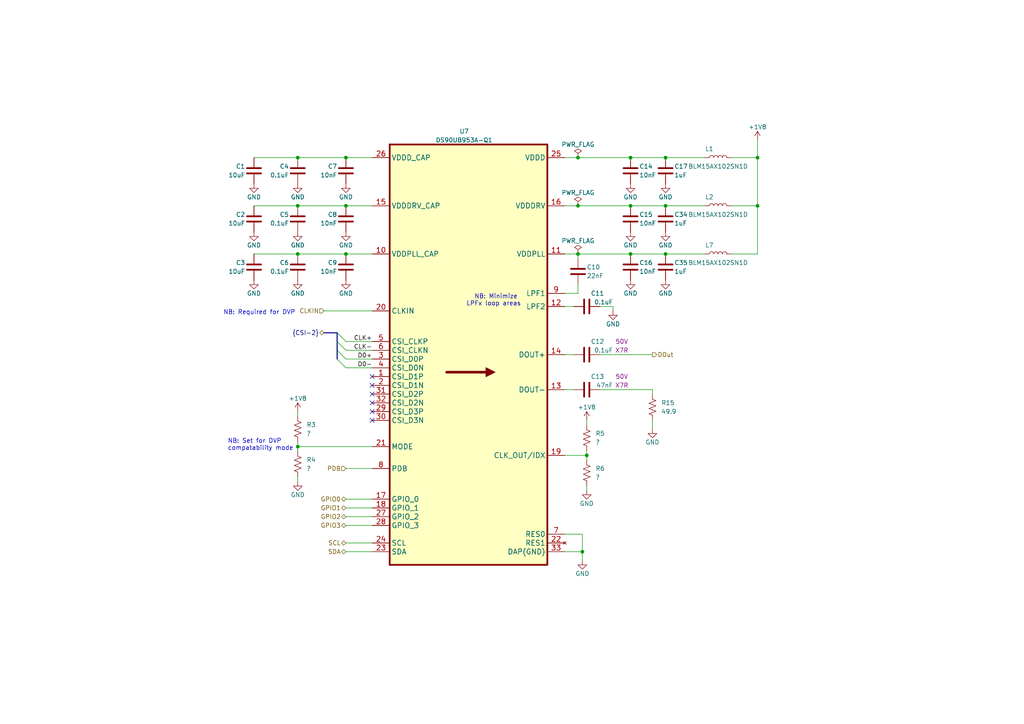
<source format=kicad_sch>
(kicad_sch (version 20211123) (generator eeschema)
  (paper "A4")
  (title_block (title "Headstage-RHS2116") (date "2021-12-16") (rev "A") (company "Open Ephys, Inc") (comment 1 "Jonathan P. Newman"))
  (lib_symbols
    (symbol "Device:C" (pin_numbers hide) (pin_names (offset 0.254))
      (property "Reference" "C" (at 0.635 2.54 0))
      (property "Value" "C" (at 0.635 -2.54 0))
      (symbol "C_0_1"
        (polyline (pts (xy -2.032 -0.762) (xy 2.032 -0.762)) (stroke (width 0.508)))
        (polyline (pts (xy -2.032 0.762) (xy 2.032 0.762)) (stroke (width 0.508)))
      )
      (symbol "C_1_1"
        (pin passive line (at 0 3.81 270) (length 2.794) (name "~") (number "1"))
        (pin passive line (at 0 -3.81 90) (length 2.794) (name "~") (number "2"))
      )
    )
    (symbol "Device:L" (pin_numbers hide) (pin_names (offset 1.016) hide)
      (property "Reference" "L" (at -1.27 0 90))
      (property "Value" "L" (at 1.905 0 90))
      (symbol "L_0_1"
        (arc (start 0 -2.54) (mid 0.635 -1.905) (end 0 -1.27))
        (arc (start 0 -1.27) (mid 0.635 -0.635) (end 0 0))
        (arc (start 0 0) (mid 0.635 0.635) (end 0 1.27))
        (arc (start 0 1.27) (mid 0.635 1.905) (end 0 2.54))
      )
      (symbol "L_1_1"
        (pin passive line (at 0 3.81 270) (length 1.27) (name "1") (number "1"))
        (pin passive line (at 0 -3.81 90) (length 1.27) (name "2") (number "2"))
      )
    )
    (symbol "Device:R_US" (pin_numbers hide) (pin_names (offset 0))
      (property "Reference" "R" (at 2.54 0 90))
      (property "Value" "R_US" (at -2.54 0 90))
      (symbol "R_US_0_1"
        (polyline (pts (xy 0 -2.286) (xy 0 -2.54)))
        (polyline (pts (xy 0 2.286) (xy 0 2.54)))
        (polyline (pts (xy 0 -0.762) (xy 1.016 -1.143) (xy 0 -1.524) (xy -1.016 -1.905) (xy 0 -2.286)))
        (polyline (pts (xy 0 0.762) (xy 1.016 0.381) (xy 0 0) (xy -1.016 -0.381) (xy 0 -0.762)))
        (polyline (pts (xy 0 2.286) (xy 1.016 1.905) (xy 0 1.524) (xy -1.016 1.143) (xy 0 0.762)))
      )
      (symbol "R_US_1_1"
        (pin passive line (at 0 3.81 270) (length 1.27) (name "~") (number "1"))
        (pin passive line (at 0 -3.81 90) (length 1.27) (name "~") (number "2"))
      )
    )
    (symbol "jonnew:DS90UB953A-Q1"
      (property "Reference" "U" (at -20.32 48.26 0))
      (property "Value" "DS90UB953A-Q1" (at -12.7 45.72 0))
      (symbol "DS90UB953A-Q1_0_1"
        (polyline (pts (xy -5.08 -21.59) (xy 6.35 -21.59)) (stroke (width 0.762)))
        (polyline (pts (xy 8.89 -21.59) (xy 6.35 -20.32) (xy 6.35 -22.86) (xy 8.89 -21.59)) (stroke (width 0.254)) (fill (type outline)))
      )
      (symbol "DS90UB953A-Q1_1_1"
        (rectangle (start -21.59 44.45) (end 24.13 -77.47) (stroke (width 0.508)) (fill (type background)))
        (pin input line (at -26.67 -22.86 0) (length 5.08) (name "CSI_D1P") (number "1"))
        (pin passive line (at -26.67 12.7 0) (length 5.08) (name "VDDPLL_CAP") (number "10"))
        (pin power_in line (at 29.21 12.7 180) (length 5.08) (name "VDDPLL") (number "11"))
        (pin passive line (at 29.21 -2.54 180) (length 5.08) (name "LPF2") (number "12"))
        (pin bidirectional line (at 29.21 -26.67 180) (length 5.08) (name "DOUT-") (number "13"))
        (pin bidirectional line (at 29.21 -16.51 180) (length 5.08) (name "DOUT+") (number "14"))
        (pin passive line (at -26.67 26.67 0) (length 5.08) (name "VDDDRV_CAP") (number "15"))
        (pin power_in line (at 29.21 26.67 180) (length 5.08) (name "VDDDRV") (number "16"))
        (pin bidirectional line (at -26.67 -58.42 0) (length 5.08) (name "GPIO_0") (number "17"))
        (pin bidirectional line (at -26.67 -60.96 0) (length 5.08) (name "GPIO_1") (number "18"))
        (pin input line (at 29.21 -45.72 180) (length 5.08) (name "CLK_OUT/IDX") (number "19"))
        (pin input line (at -26.67 -25.4 0) (length 5.08) (name "CSI_D1N") (number "2"))
        (pin input line (at -26.67 -3.81 0) (length 5.08) (name "CLKIN") (number "20"))
        (pin input line (at -26.67 -43.18 0) (length 5.08) (name "MODE") (number "21"))
        (pin no_connect line (at 29.21 -71.12 180) (length 5.08) (name "RES1") (number "22"))
        (pin bidirectional line (at -26.67 -73.66 0) (length 5.08) (name "SDA") (number "23"))
        (pin bidirectional line (at -26.67 -71.12 0) (length 5.08) (name "SCL") (number "24"))
        (pin power_in line (at 29.21 40.64 180) (length 5.08) (name "VDDD") (number "25"))
        (pin passive line (at -26.67 40.64 0) (length 5.08) (name "VDDD_CAP") (number "26"))
        (pin bidirectional line (at -26.67 -63.5 0) (length 5.08) (name "GPIO_2") (number "27"))
        (pin bidirectional line (at -26.67 -66.04 0) (length 5.08) (name "GPIO_3") (number "28"))
        (pin input line (at -26.67 -33.02 0) (length 5.08) (name "CSI_D3P") (number "29"))
        (pin input line (at -26.67 -17.78 0) (length 5.08) (name "CSI_D0P") (number "3"))
        (pin input line (at -26.67 -35.56 0) (length 5.08) (name "CSI_D3N") (number "30"))
        (pin input line (at -26.67 -27.94 0) (length 5.08) (name "CSI_D2P") (number "31"))
        (pin input line (at -26.67 -30.48 0) (length 5.08) (name "CSI_D2N") (number "32"))
        (pin power_in line (at 29.21 -73.66 180) (length 5.08) (name "DAP(GND)") (number "33"))
        (pin input line (at -26.67 -20.32 0) (length 5.08) (name "CSI_D0N") (number "4"))
        (pin input line (at -26.67 -12.7 0) (length 5.08) (name "CSI_CLKP") (number "5"))
        (pin input line (at -26.67 -15.24 0) (length 5.08) (name "CSI_CLKN") (number "6"))
        (pin input line (at 29.21 -68.58 180) (length 5.08) (name "RES0") (number "7"))
        (pin input line (at -26.67 -49.53 0) (length 5.08) (name "PDB") (number "8"))
        (pin passive line (at 29.21 1.27 180) (length 5.08) (name "LPF1") (number "9"))
      )
    )
    (symbol "power:+1V8" (power) (pin_names (offset 0))
      (property "Value" "+1V8" (at 0 3.556 0))
      (symbol "+1V8_0_1"
        (polyline (pts (xy -0.762 1.27) (xy 0 2.54)))
        (polyline (pts (xy 0 0) (xy 0 2.54)))
        (polyline (pts (xy 0 2.54) (xy 0.762 1.27)))
      )
      (symbol "+1V8_1_1"
        (pin power_in line (at 0 0 90) (length 0) hide (name "+1V8") (number "1"))
      )
    )
    (symbol "power:GND" (power) (pin_names (offset 0))
      (property "Value" "GND" (at 0 -3.81 0))
      (symbol "GND_0_1"
        (polyline (pts (xy 0 0) (xy 0 -1.27) (xy 1.27 -1.27) (xy 0 -2.54) (xy -1.27 -1.27) (xy 0 -1.27)))
      )
      (symbol "GND_1_1"
        (pin power_in line (at 0 0 270) (length 0) hide (name "GND") (number "1"))
      )
    )
    (symbol "power:PWR_FLAG" (power) (pin_numbers hide) (pin_names (offset 0) hide)
      (property "Value" "PWR_FLAG" (at 0 3.81 0))
      (symbol "PWR_FLAG_0_0"
        (pin power_out line (at 0 0 90) (length 0) (name "pwr") (number "1"))
      )
      (symbol "PWR_FLAG_0_1"
        (polyline (pts (xy 0 0) (xy 0 1.27) (xy -1.016 1.905) (xy 0 2.54) (xy 1.016 1.905) (xy 0 1.27)))
      )
    )
  )
  (junction (at 86.36 59.69))
  (junction (at 86.36 129.54))
  (junction (at 167.64 73.66))
  (junction (at 182.88 59.69))
  (junction (at 100.33 45.72))
  (junction (at 182.88 73.66))
  (junction (at 86.36 45.72))
  (junction (at 193.04 59.69))
  (junction (at 170.18 132.08))
  (junction (at 219.71 59.69))
  (junction (at 193.04 45.72))
  (junction (at 193.04 73.66))
  (junction (at 100.33 59.69))
  (junction (at 168.91 160.02))
  (junction (at 219.71 45.72))
  (junction (at 182.88 45.72))
  (junction (at 100.33 73.66))
  (junction (at 86.36 73.66))
  (junction (at 167.64 45.72))
  (junction (at 167.64 59.69))
  (no_connect (at 107.95 119.38))
  (no_connect (at 107.95 121.92))
  (no_connect (at 107.95 109.22))
  (no_connect (at 107.95 111.76))
  (no_connect (at 107.95 114.3))
  (no_connect (at 107.95 116.84))
  (bus_entry (at 100.33 106.68) (size -2.54 -2.54))
  (bus_entry (at 100.33 99.06) (size -2.54 -2.54))
  (bus_entry (at 100.33 101.6) (size -2.54 -2.54))
  (bus_entry (at 100.33 104.14) (size -2.54 -2.54))
  (bus (pts (xy 97.79 101.6) (xy 97.79 99.06)))
  (wire (pts (xy 86.36 73.66) (xy 73.66 73.66)))
  (wire (pts (xy 173.99 102.87) (xy 189.23 102.87)))
  (bus (pts (xy 97.79 96.52) (xy 93.98 96.52)))
  (wire (pts (xy 100.33 59.69) (xy 107.95 59.69)))
  (wire (pts (xy 163.83 113.03) (xy 166.37 113.03)))
  (wire (pts (xy 100.33 73.66) (xy 86.36 73.66)))
  (wire (pts (xy 167.64 73.66) (xy 182.88 73.66)))
  (wire (pts (xy 163.83 73.66) (xy 167.64 73.66)))
  (wire (pts (xy 170.18 121.92) (xy 170.18 123.19)))
  (wire (pts (xy 100.33 144.78) (xy 107.95 144.78)))
  (wire (pts (xy 163.83 132.08) (xy 170.18 132.08)))
  (wire (pts (xy 86.36 45.72) (xy 73.66 45.72)))
  (wire (pts (xy 100.33 135.89) (xy 107.95 135.89)))
  (wire (pts (xy 212.09 59.69) (xy 219.71 59.69)))
  (wire (pts (xy 100.33 73.66) (xy 107.95 73.66)))
  (wire (pts (xy 107.95 99.06) (xy 100.33 99.06)))
  (wire (pts (xy 177.8 90.17) (xy 177.8 88.9)))
  (wire (pts (xy 173.99 88.9) (xy 177.8 88.9)))
  (wire (pts (xy 193.04 73.66) (xy 182.88 73.66)))
  (wire (pts (xy 193.04 59.69) (xy 204.47 59.69)))
  (wire (pts (xy 167.64 59.69) (xy 182.88 59.69)))
  (wire (pts (xy 163.83 59.69) (xy 167.64 59.69)))
  (wire (pts (xy 86.36 129.54) (xy 107.95 129.54)))
  (wire (pts (xy 170.18 132.08) (xy 170.18 133.35)))
  (wire (pts (xy 170.18 130.81) (xy 170.18 132.08)))
  (wire (pts (xy 170.18 140.97) (xy 170.18 142.24)))
  (wire (pts (xy 107.95 104.14) (xy 100.33 104.14)))
  (wire (pts (xy 173.99 113.03) (xy 189.23 113.03)))
  (wire (pts (xy 163.83 154.94) (xy 168.91 154.94)))
  (wire (pts (xy 168.91 160.02) (xy 168.91 154.94)))
  (wire (pts (xy 168.91 162.56) (xy 168.91 160.02)))
  (wire (pts (xy 100.33 45.72) (xy 86.36 45.72)))
  (wire (pts (xy 100.33 160.02) (xy 107.95 160.02)))
  (wire (pts (xy 100.33 45.72) (xy 107.95 45.72)))
  (wire (pts (xy 219.71 40.64) (xy 219.71 45.72)))
  (wire (pts (xy 193.04 45.72) (xy 182.88 45.72)))
  (wire (pts (xy 167.64 45.72) (xy 182.88 45.72)))
  (wire (pts (xy 163.83 45.72) (xy 167.64 45.72)))
  (wire (pts (xy 193.04 73.66) (xy 204.47 73.66)))
  (bus (pts (xy 97.79 99.06) (xy 97.79 96.52)))
  (wire (pts (xy 86.36 119.38) (xy 86.36 120.65)))
  (wire (pts (xy 167.64 73.66) (xy 167.64 74.93)))
  (wire (pts (xy 100.33 157.48) (xy 107.95 157.48)))
  (wire (pts (xy 193.04 59.69) (xy 182.88 59.69)))
  (wire (pts (xy 189.23 113.03) (xy 189.23 114.3)))
  (wire (pts (xy 163.83 160.02) (xy 168.91 160.02)))
  (wire (pts (xy 107.95 106.68) (xy 100.33 106.68)))
  (wire (pts (xy 86.36 128.27) (xy 86.36 129.54)))
  (wire (pts (xy 86.36 129.54) (xy 86.36 130.81)))
  (wire (pts (xy 100.33 149.86) (xy 107.95 149.86)))
  (wire (pts (xy 100.33 147.32) (xy 107.95 147.32)))
  (wire (pts (xy 193.04 45.72) (xy 204.47 45.72)))
  (wire (pts (xy 107.95 101.6) (xy 100.33 101.6)))
  (bus (pts (xy 97.79 104.14) (xy 97.79 101.6)))
  (wire (pts (xy 167.64 82.55) (xy 167.64 85.09)))
  (wire (pts (xy 163.83 85.09) (xy 167.64 85.09)))
  (wire (pts (xy 100.33 152.4) (xy 107.95 152.4)))
  (wire (pts (xy 163.83 102.87) (xy 166.37 102.87)))
  (wire (pts (xy 86.36 138.43) (xy 86.36 139.7)))
  (wire (pts (xy 219.71 45.72) (xy 212.09 45.72)))
  (wire (pts (xy 219.71 59.69) (xy 219.71 45.72)))
  (wire (pts (xy 212.09 73.66) (xy 219.71 73.66)))
  (wire (pts (xy 219.71 73.66) (xy 219.71 59.69)))
  (wire (pts (xy 86.36 59.69) (xy 73.66 59.69)))
  (wire (pts (xy 189.23 121.92) (xy 189.23 124.46)))
  (wire (pts (xy 100.33 59.69) (xy 86.36 59.69)))
  (wire (pts (xy 163.83 88.9) (xy 166.37 88.9)))
  (wire (pts (xy 93.98 90.17) (xy 107.95 90.17)))
  (text "NB: Set for DVP\ncompatability mode" (at 66.04 130.81 0) (effects (font (size 1.27 1.27)) (justify left bottom)))
  (text "NB: Required for DVP" (at 64.77 91.44 0) (effects (font (size 1.27 1.27)) (justify left bottom)))
  (text "NB: Minimize \nLPFx loop areas" (at 151.13 88.9 180) (effects (font (size 1.27 1.27)) (justify right bottom)))
  (label "D0-" (at 107.95 106.68 180))
  (label "D0+" (at 107.95 104.14 180))
  (label "CLK-" (at 107.95 101.6 180))
  (label "CLK+" (at 107.95 99.06 180))
  (hierarchical_label "SDA" (shape bidirectional) (at 100.33 160.02 180))
  (hierarchical_label "GPIO0" (shape bidirectional) (at 100.33 144.78 180))
  (hierarchical_label "GPIO1" (shape bidirectional) (at 100.33 147.32 180))
  (hierarchical_label "GPIO3" (shape bidirectional) (at 100.33 152.4 180))
  (hierarchical_label "PDB" (shape input) (at 100.33 135.89 180))
  (hierarchical_label "DOut" (shape output) (at 189.23 102.87 0))
  (hierarchical_label "CLKIN" (shape input) (at 93.98 90.17 180))
  (hierarchical_label "{CSI-2}" (shape bidirectional) (at 93.98 96.52 180))
  (hierarchical_label "SCL" (shape bidirectional) (at 100.33 157.48 180))
  (hierarchical_label "GPIO2" (shape bidirectional) (at 100.33 149.86 180))
  (symbol (lib_id "power:GND") (at 193.04 81.28 0) (unit 1)
    (property "Reference" "#PWR0147" (effects hide))
    (property "Value" "GND" (at 193.04 85.09 0))
  )
  (symbol (lib_id "Device:C") (at 193.04 49.53 0) (unit 1)
    (property "Reference" "C17" (at 195.58 48.26 0) (effects (justify left)))
    (property "Value" "1uF" (at 195.58 50.8 0) (effects (justify left)))
    (property "Footprint" "Capacitor_SMD:C_0402_1005Metric" (effects hide))
  )
  (symbol (lib_id "Device:C") (at 170.18 113.03 90) (unit 1)
    (property "Reference" "C13" (at 175.26 109.22 90) (effects (justify left)))
    (property "Value" "47nF" (at 177.8 111.76 90) (effects (justify left)))
    (property "Footprint" "Capacitor_SMD:C_0402_1005Metric" (effects hide))
    (property "Voltage" "50V" (at 180.34 109.22 90))
    (property "TempCo" "X7R" (at 180.34 111.76 90))
  )
  (symbol (lib_id "power:GND") (at 100.33 81.28 0) (mirror y) (unit 1)
    (property "Reference" "#PWR0140" (effects hide))
    (property "Value" "GND" (at 100.33 85.09 0))
  )
  (symbol (lib_id "power:GND") (at 86.36 67.31 0) (mirror y) (unit 1)
    (property "Reference" "#PWR0138" (effects hide))
    (property "Value" "GND" (at 86.36 71.12 0))
  )
  (symbol (lib_id "Device:L") (at 208.28 59.69 90) (unit 1)
    (property "Reference" "L2" (at 205.74 57.15 90))
    (property "Value" "BLM15AX102SN1D" (at 208.28 62.23 90))
    (property "Footprint" "Inductor_SMD:L_0402_1005Metric" (effects hide))
  )
  (symbol (lib_id "power:GND") (at 86.36 139.7 0) (unit 1)
    (property "Reference" "#PWR0132" (effects hide))
    (property "Value" "GND" (at 86.36 143.51 0))
  )
  (symbol (lib_id "Device:C") (at 182.88 77.47 0) (unit 1)
    (property "Reference" "C16" (at 185.42 76.2 0) (effects (justify left)))
    (property "Value" "10nF" (at 185.42 78.74 0) (effects (justify left)))
    (property "Footprint" "Capacitor_SMD:C_0201_0603Metric" (effects hide))
  )
  (symbol (lib_id "power:GND") (at 86.36 81.28 0) (mirror y) (unit 1)
    (property "Reference" "#PWR0139" (effects hide))
    (property "Value" "GND" (at 86.36 85.09 0))
  )
  (symbol (lib_id "power:GND") (at 73.66 53.34 0) (mirror y) (unit 1)
    (property "Reference" "#PWR0126" (effects hide))
    (property "Value" "GND" (at 73.66 57.15 0))
  )
  (symbol (lib_id "Device:C") (at 73.66 77.47 0) (mirror y) (unit 1)
    (property "Reference" "C3" (at 71.12 76.2 0) (effects (justify left)))
    (property "Value" "10uF" (at 71.12 78.74 0) (effects (justify left)))
    (property "Footprint" "Capacitor_SMD:C_0402_1005Metric" (effects hide))
  )
  (symbol (lib_id "power:GND") (at 100.33 53.34 0) (mirror y) (unit 1)
    (property "Reference" "#PWR0128" (effects hide))
    (property "Value" "GND" (at 100.33 57.15 0))
  )
  (symbol (lib_id "Device:C") (at 182.88 49.53 0) (unit 1)
    (property "Reference" "C14" (at 185.42 48.26 0) (effects (justify left)))
    (property "Value" "10nF" (at 185.42 50.8 0) (effects (justify left)))
    (property "Footprint" "Capacitor_SMD:C_0201_0603Metric" (effects hide))
  )
  (symbol (lib_id "Device:C") (at 100.33 77.47 0) (mirror y) (unit 1)
    (property "Reference" "C9" (at 97.79 76.2 0) (effects (justify left)))
    (property "Value" "10nF" (at 97.79 78.74 0) (effects (justify left)))
    (property "Footprint" "Capacitor_SMD:C_0201_0603Metric" (effects hide))
  )
  (symbol (lib_id "power:GND") (at 177.8 90.17 0) (unit 1)
    (property "Reference" "#PWR0145" (effects hide))
    (property "Value" "GND" (at 177.8 93.98 0))
  )
  (symbol (lib_id "Device:C") (at 86.36 63.5 0) (mirror y) (unit 1)
    (property "Reference" "C5" (at 83.82 62.23 0) (effects (justify left)))
    (property "Value" "0.1uF" (at 83.82 64.77 0) (effects (justify left)))
    (property "Footprint" "Capacitor_SMD:C_0201_0603Metric" (effects hide))
  )
  (symbol (lib_id "Device:L") (at 208.28 45.72 90) (unit 1)
    (property "Reference" "L1" (at 205.74 43.18 90))
    (property "Value" "BLM15AX102SN1D" (at 208.28 48.26 90))
    (property "Footprint" "Inductor_SMD:L_0402_1005Metric" (effects hide))
  )
  (symbol (lib_id "Device:R_US") (at 86.36 134.62 0) (unit 1)
    (property "Reference" "R4" (at 88.9 133.35 0) (effects (justify left)))
    (property "Value" "?" (at 88.9 135.89 0) (effects (justify left)))
    (property "Footprint" "Resistor_SMD:R_0201_0603Metric" (effects hide))
  )
  (symbol (lib_id "power:GND") (at 73.66 67.31 0) (mirror y) (unit 1)
    (property "Reference" "#PWR0131" (effects hide))
    (property "Value" "GND" (at 73.66 71.12 0))
  )
  (symbol (lib_id "power:+1V8") (at 86.36 119.38 0) (unit 1)
    (property "Reference" "#PWR0133" (effects hide))
    (property "Value" "+1V8" (at 86.36 115.57 0))
  )
  (symbol (lib_id "power:+1V8") (at 219.71 40.64 0) (unit 1)
    (property "Reference" "#PWR0141" (effects hide))
    (property "Value" "+1V8" (at 219.71 36.83 0))
  )
  (symbol (lib_id "Device:C") (at 100.33 49.53 0) (mirror y) (unit 1)
    (property "Reference" "C7" (at 97.79 48.26 0) (effects (justify left)))
    (property "Value" "10nF" (at 97.79 50.8 0) (effects (justify left)))
    (property "Footprint" "Capacitor_SMD:C_0201_0603Metric" (effects hide))
  )
  (symbol (lib_id "Device:R_US") (at 189.23 118.11 0) (unit 1)
    (property "Reference" "R15" (at 191.77 116.84 0) (effects (justify left)))
    (property "Value" "49.9" (at 191.77 119.38 0) (effects (justify left)))
    (property "Footprint" "Resistor_SMD:R_0201_0603Metric" (effects hide))
  )
  (symbol (lib_id "power:GND") (at 193.04 53.34 0) (unit 1)
    (property "Reference" "#PWR0142" (effects hide))
    (property "Value" "GND" (at 193.04 57.15 0))
  )
  (symbol (lib_id "power:PWR_FLAG") (at 167.64 73.66 0) (unit 1)
    (property "Reference" "#FLG0101" (effects hide))
    (property "Value" "PWR_FLAG" (at 167.64 69.85 0))
  )
  (symbol (lib_id "power:GND") (at 100.33 67.31 0) (mirror y) (unit 1)
    (property "Reference" "#PWR0129" (effects hide))
    (property "Value" "GND" (at 100.33 71.12 0))
  )
  (symbol (lib_id "power:GND") (at 73.66 81.28 0) (mirror y) (unit 1)
    (property "Reference" "#PWR0130" (effects hide))
    (property "Value" "GND" (at 73.66 85.09 0))
  )
  (symbol (lib_id "Device:R_US") (at 170.18 127 0) (unit 1)
    (property "Reference" "R5" (at 172.72 125.73 0) (effects (justify left)))
    (property "Value" "?" (at 172.72 128.27 0) (effects (justify left)))
    (property "Footprint" "Resistor_SMD:R_0201_0603Metric" (effects hide))
  )
  (symbol (lib_id "Device:C") (at 170.18 102.87 90) (unit 1)
    (property "Reference" "C12" (at 175.26 99.06 90) (effects (justify left)))
    (property "Value" "0.1uF" (at 177.8 101.6 90) (effects (justify left)))
    (property "Footprint" "Capacitor_SMD:C_0402_1005Metric" (effects hide))
    (property "Voltage" "50V" (at 180.34 99.06 90))
    (property "TempCo" "X7R" (at 180.34 101.6 90))
  )
  (symbol (lib_id "Device:C") (at 73.66 63.5 0) (mirror y) (unit 1)
    (property "Reference" "C2" (at 71.12 62.23 0) (effects (justify left)))
    (property "Value" "10uF" (at 71.12 64.77 0) (effects (justify left)))
    (property "Footprint" "Capacitor_SMD:C_0402_1005Metric" (effects hide))
  )
  (symbol (lib_id "Device:C") (at 86.36 77.47 0) (mirror y) (unit 1)
    (property "Reference" "C6" (at 83.82 76.2 0) (effects (justify left)))
    (property "Value" "0.1uF" (at 83.82 78.74 0) (effects (justify left)))
    (property "Footprint" "Capacitor_SMD:C_0201_0603Metric" (effects hide))
  )
  (symbol (lib_id "power:GND") (at 168.91 162.56 0) (unit 1)
    (property "Reference" "#PWR0134" (effects hide))
    (property "Value" "GND" (at 168.91 166.37 0))
  )
  (symbol (lib_id "Device:C") (at 86.36 49.53 0) (mirror y) (unit 1)
    (property "Reference" "C4" (at 83.82 48.26 0) (effects (justify left)))
    (property "Value" "0.1uF" (at 83.82 50.8 0) (effects (justify left)))
    (property "Footprint" "Capacitor_SMD:C_0201_0603Metric" (effects hide))
  )
  (symbol (lib_id "Device:C") (at 73.66 49.53 0) (mirror y) (unit 1)
    (property "Reference" "C1" (at 71.12 48.26 0) (effects (justify left)))
    (property "Value" "10uF" (at 71.12 50.8 0) (effects (justify left)))
    (property "Footprint" "Capacitor_SMD:C_0402_1005Metric" (effects hide))
  )
  (symbol (lib_id "Device:R_US") (at 86.36 124.46 0) (unit 1)
    (property "Reference" "R3" (at 88.9 123.19 0) (effects (justify left)))
    (property "Value" "?" (at 88.9 125.73 0) (effects (justify left)))
    (property "Footprint" "Resistor_SMD:R_0201_0603Metric" (effects hide))
  )
  (symbol (lib_id "power:PWR_FLAG") (at 167.64 45.72 0) (unit 1)
    (property "Reference" "#FLG0102" (effects hide))
    (property "Value" "PWR_FLAG" (at 167.64 41.91 0))
  )
  (symbol (lib_id "Device:C") (at 193.04 63.5 0) (unit 1)
    (property "Reference" "C34" (at 195.58 62.23 0) (effects (justify left)))
    (property "Value" "1uF" (at 195.58 64.77 0) (effects (justify left)))
    (property "Footprint" "Capacitor_SMD:C_0402_1005Metric" (effects hide))
  )
  (symbol (lib_id "jonnew:DS90UB953A-Q1") (at 134.62 86.36 0) (unit 1)
    (property "Reference" "U7" (at 134.62 38.1 0))
    (property "Value" "DS90UB953A-Q1" (at 134.62 40.64 0))
    (property "Footprint" "jonnew:TI_RHB0032P" (effects hide))
  )
  (symbol (lib_id "power:GND") (at 193.04 67.31 0) (unit 1)
    (property "Reference" "#PWR0143" (effects hide))
    (property "Value" "GND" (at 193.04 71.12 0))
  )
  (symbol (lib_id "Device:R_US") (at 170.18 137.16 0) (unit 1)
    (property "Reference" "R6" (at 172.72 135.89 0) (effects (justify left)))
    (property "Value" "?" (at 172.72 138.43 0) (effects (justify left)))
    (property "Footprint" "Resistor_SMD:R_0201_0603Metric" (effects hide))
  )
  (symbol (lib_id "Device:C") (at 170.18 88.9 90) (mirror x) (unit 1)
    (property "Reference" "C11" (at 175.26 85.09 90) (effects (justify left)))
    (property "Value" "0.1uF" (at 177.8 87.63 90) (effects (justify left)))
    (property "Footprint" "Capacitor_SMD:C_0201_0603Metric" (effects hide))
  )
  (symbol (lib_id "Device:C") (at 193.04 77.47 0) (unit 1)
    (property "Reference" "C35" (at 195.58 76.2 0) (effects (justify left)))
    (property "Value" "1uF" (at 195.58 78.74 0) (effects (justify left)))
    (property "Footprint" "Capacitor_SMD:C_0402_1005Metric" (effects hide))
  )
  (symbol (lib_id "Device:L") (at 208.28 73.66 90) (unit 1)
    (property "Reference" "L7" (at 205.74 71.12 90))
    (property "Value" "BLM15AX102SN1D" (at 208.28 76.2 90))
    (property "Footprint" "Inductor_SMD:L_0402_1005Metric" (effects hide))
  )
  (symbol (lib_id "Device:C") (at 100.33 63.5 0) (mirror y) (unit 1)
    (property "Reference" "C8" (at 97.79 62.23 0) (effects (justify left)))
    (property "Value" "10nF" (at 97.79 64.77 0) (effects (justify left)))
    (property "Footprint" "Capacitor_SMD:C_0201_0603Metric" (effects hide))
  )
  (symbol (lib_id "power:GND") (at 170.18 142.24 0) (unit 1)
    (property "Reference" "#PWR0137" (effects hide))
    (property "Value" "GND" (at 170.18 146.05 0))
  )
  (symbol (lib_id "power:GND") (at 182.88 53.34 0) (unit 1)
    (property "Reference" "#PWR0148" (effects hide))
    (property "Value" "GND" (at 182.88 57.15 0))
  )
  (symbol (lib_id "Device:C") (at 182.88 63.5 0) (unit 1)
    (property "Reference" "C15" (at 185.42 62.23 0) (effects (justify left)))
    (property "Value" "10nF" (at 185.42 64.77 0) (effects (justify left)))
    (property "Footprint" "Capacitor_SMD:C_0201_0603Metric" (effects hide))
  )
  (symbol (lib_id "power:GND") (at 86.36 53.34 0) (mirror y) (unit 1)
    (property "Reference" "#PWR0127" (effects hide))
    (property "Value" "GND" (at 86.36 57.15 0))
  )
  (symbol (lib_id "power:+1V8") (at 170.18 121.92 0) (unit 1)
    (property "Reference" "#PWR0135" (effects hide))
    (property "Value" "+1V8" (at 170.18 118.11 0))
  )
  (symbol (lib_id "power:PWR_FLAG") (at 167.64 59.69 0) (unit 1)
    (property "Reference" "#FLG0103" (effects hide))
    (property "Value" "PWR_FLAG" (at 167.64 55.88 0))
  )
  (symbol (lib_id "power:GND") (at 182.88 67.31 0) (unit 1)
    (property "Reference" "#PWR0144" (effects hide))
    (property "Value" "GND" (at 182.88 71.12 0))
  )
  (symbol (lib_id "power:GND") (at 189.23 124.46 0) (unit 1)
    (property "Reference" "#PWR0136" (effects hide))
    (property "Value" "GND" (at 189.23 128.27 0))
  )
  (symbol (lib_id "power:GND") (at 182.88 81.28 0) (unit 1)
    (property "Reference" "#PWR0146" (effects hide))
    (property "Value" "GND" (at 182.88 85.09 0))
  )
  (symbol (lib_id "Device:C") (at 167.64 78.74 0) (unit 1)
    (property "Reference" "C10" (at 170.18 77.47 0) (effects (justify left)))
    (property "Value" "22nF" (at 170.18 80.01 0) (effects (justify left)))
    (property "Footprint" "Capacitor_SMD:C_0402_1005Metric" (effects hide))
  )
)
</source>
